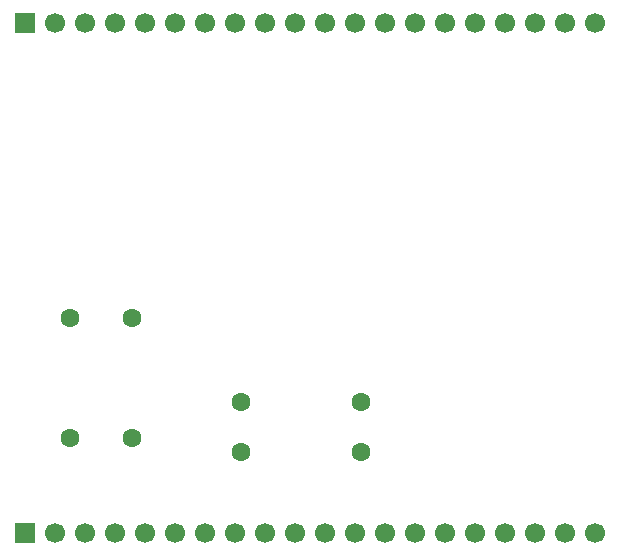
<source format=gbr>
%TF.GenerationSoftware,KiCad,Pcbnew,9.0.4*%
%TF.CreationDate,2025-09-12T16:42:54-04:00*%
%TF.ProjectId,Hall Effect Sensor,48616c6c-2045-4666-9665-63742053656e,rev?*%
%TF.SameCoordinates,Original*%
%TF.FileFunction,Soldermask,Bot*%
%TF.FilePolarity,Negative*%
%FSLAX46Y46*%
G04 Gerber Fmt 4.6, Leading zero omitted, Abs format (unit mm)*
G04 Created by KiCad (PCBNEW 9.0.4) date 2025-09-12 16:42:54*
%MOMM*%
%LPD*%
G01*
G04 APERTURE LIST*
%ADD10C,1.600000*%
%ADD11R,1.700000X1.700000*%
%ADD12C,1.700000*%
G04 APERTURE END LIST*
D10*
%TO.C,R4*%
X180830000Y-57500000D03*
X170670000Y-57500000D03*
%TD*%
%TO.C,R3*%
X170670000Y-61750000D03*
X180830000Y-61750000D03*
%TD*%
%TO.C,R2*%
X156250000Y-60580000D03*
X156250000Y-50420000D03*
%TD*%
%TO.C,R1*%
X161500000Y-50420000D03*
X161500000Y-60580000D03*
%TD*%
D11*
%TO.C,J2*%
X152400000Y-25400000D03*
D12*
X154940000Y-25400000D03*
X157480000Y-25400000D03*
X160020000Y-25400000D03*
X162560000Y-25400000D03*
X165100000Y-25400000D03*
X167640000Y-25400000D03*
X170180000Y-25400000D03*
X172720000Y-25400000D03*
X175260000Y-25400000D03*
X177800000Y-25400000D03*
X180340000Y-25400000D03*
X182880000Y-25400000D03*
X185420000Y-25400000D03*
X187960000Y-25400000D03*
X190500000Y-25400000D03*
X193040000Y-25400000D03*
X195580000Y-25400000D03*
X198120000Y-25400000D03*
X200660000Y-25400000D03*
%TD*%
D11*
%TO.C,J1*%
X152400000Y-68580000D03*
D12*
X154940000Y-68580000D03*
X157480000Y-68580000D03*
X160020000Y-68580000D03*
X162560000Y-68580000D03*
X165100000Y-68580000D03*
X167640000Y-68580000D03*
X170180000Y-68580000D03*
X172720000Y-68580000D03*
X175260000Y-68580000D03*
X177800000Y-68580000D03*
X180340000Y-68580000D03*
X182880000Y-68580000D03*
X185420000Y-68580000D03*
X187960000Y-68580000D03*
X190500000Y-68580000D03*
X193040000Y-68580000D03*
X195580000Y-68580000D03*
X198120000Y-68580000D03*
X200660000Y-68580000D03*
%TD*%
M02*

</source>
